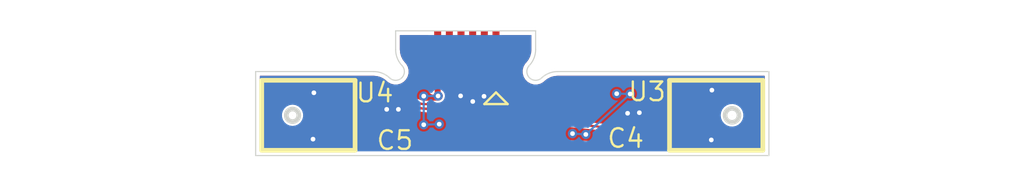
<source format=kicad_pcb>
(kicad_pcb (version 20221018) (generator pcbnew)
  (layers (0 "F.Cu" signal) (31 "B.Cu" signal) (34 "B.Paste" user) (35 "F.Paste" user) (36 "B.SilkS" user "B.Silkscreen") (37 "F.SilkS" user "F.Silkscreen") (38 "B.Mask" user) (39 "F.Mask" user) (44 "Edge.Cuts" user))
  (net 0 "")
  (net 1 "GND")
  (net 2 "VDDMIC")
  (net 3 "/PDM_data")
  (net 4 "/PDM_clk")
  (footprint "beeper-flex:LP" (layer "F.Cu") (at 140.099 102.305)
    (fp_text reference "U3" (at -3.829 -1.015) (layer "F.SilkS") (effects (font (size 0.8 0.8) (thickness 0.1)) (justify left)))
    (fp_text value "IM69D130V01XTSA1")
    (fp_line (start -2 -1.5) (end -2 1.5) (stroke (width 0.2)) (layer "F.SilkS"))
    (fp_line (start -2 1.5) (end 2 1.5) (stroke (width 0.2)) (layer "F.SilkS"))
    (fp_line (start 2 -1.5) (end -2 -1.5) (stroke (width 0.2)) (layer "F.SilkS"))
    (fp_line (start 2 1.5) (end 2 -1.5) (stroke (width 0.2)) (layer "F.SilkS"))
    (pad "1" smd rect (at -1.5 -0.85) (size 0.48 0.78) (layers "F.Cu" "F.Mask") (net 3 "/PDM_data"))
    (pad "2" smd rect (at -0.8 -0.85) (size 0.48 0.78) (layers "F.Cu" "F.Mask") (net 2 "VDDMIC"))
    (pad "3" smd rect (at -1.5 0.85) (size 0.48 0.78) (layers "F.Cu" "F.Mask") (net 4 "/PDM_clk"))
    (pad "4" smd rect (at -0.8 0.85) (size 0.48 0.78) (layers "F.Cu" "F.Mask") (net 1 "GND"))
    (pad "5" smd custom (at 0.68 0) (size 0.01 0.01) (layers "F.Cu") (net 1 "GND") (options (clearance outline) (anchor circle)) (primitives (gr_circle (center 0 0) (end 0.805 0) (width 0.45) (fill none))))
  )
  (footprint "beeper-flex:LP" (layer "F.Cu") (at 122.621 102.305 180)
    (fp_text reference "U4" (at -3.709 0.965) (layer "F.SilkS") (effects (font (size 0.8 0.8) (thickness 0.1)) (justify right)))
    (fp_text value "IM69D130V01XTSA1")
    (fp_line (start -2 -1.5) (end -2 1.5) (stroke (width 0.2)) (layer "F.SilkS"))
    (fp_line (start -2 1.5) (end 2 1.5) (stroke (width 0.2)) (layer "F.SilkS"))
    (fp_line (start 2 -1.5) (end -2 -1.5) (stroke (width 0.2)) (layer "F.SilkS"))
    (fp_line (start 2 1.5) (end 2 -1.5) (stroke (width 0.2)) (layer "F.SilkS"))
    (pad "1" smd rect (at -1.5 -0.85 180) (size 0.48 0.78) (layers "F.Cu" "F.Mask") (net 3 "/PDM_data"))
    (pad "2" smd rect (at -0.8 -0.85 180) (size 0.48 0.78) (layers "F.Cu" "F.Mask") (net 2 "VDDMIC"))
    (pad "3" smd rect (at -1.5 0.85 180) (size 0.48 0.78) (layers "F.Cu" "F.Mask") (net 4 "/PDM_clk"))
    (pad "4" smd rect (at -0.8 0.85 180) (size 0.48 0.78) (layers "F.Cu" "F.Mask") (net 2 "VDDMIC"))
    (pad "5" smd custom (at 0.68 0 180) (size 0.01 0.01) (layers "F.Cu") (net 1 "GND") (options (clearance outline) (anchor circle)) (primitives (gr_circle (center 0 0) (end 0.805 0) (width 0.45) (fill none))))
  )
  (footprint "beeper-flex:Pkg0201" (layer "F.Cu") (at 125.445826 102.340479)
    (fp_text reference "C5" (at 0.884174 1.039521 180) (layer "F.SilkS") (effects (font (size 0.8 0.8) (thickness 0.1))))
    (fp_text value "100n" hide)
    (pad "1" smd rect (at 0 -0.277095) (size 0.33 0.24081) (layers "F.Cu" "F.Paste" "F.Mask") (net 1 "GND"))
    (pad "2" smd rect (at 0 0.277095) (size 0.33 0.24081) (layers "F.Cu" "F.Paste" "F.Mask") (net 2 "VDDMIC"))
  )
  (footprint "beeper-flex:Pkg0201" (layer "F.Cu") (at 137.319666 102.446563)
    (fp_text reference "C4" (at -1.099666 0.843437 180) (layer "F.SilkS") (effects (font (size 0.8 0.8) (thickness 0.1))))
    (fp_text value "100n" hide)
    (pad "1" smd rect (at 0 -0.277095) (size 0.33 0.24081) (layers "F.Cu" "F.Paste" "F.Mask") (net 1 "GND"))
    (pad "2" smd rect (at 0 0.277095) (size 0.33 0.24081) (layers "F.Cu" "F.Paste" "F.Mask") (net 2 "VDDMIC"))
  )
  (footprint "beeper-flex:EDGE_LP" (layer "F.Cu") (at 129.411441 99.923324)
    (fp_text reference "U6" hide)
    (fp_text value "Edge-FH19C-6S-0.5SH(10)")
    (fp_line (start 0.75 1.9) (end 1.75 1.9) (stroke (width 0.1)) (layer "F.SilkS"))
    (fp_line (start 1.25 1.4) (end 0.75 1.9) (stroke (width 0.1)) (layer "F.SilkS"))
    (fp_line (start 1.75 1.9) (end 1.25 1.4) (stroke (width 0.1)) (layer "F.SilkS"))
    (pad "1" connect rect (at 1.25 0) (size 0.3 2.5) (layers "F.Cu" "F.Mask") (net 4 "/PDM_clk"))
    (pad "2" connect rect (at 0.75 0) (size 0.3 2.5) (layers "F.Cu" "F.Mask") (net 1 "GND"))
    (pad "3" connect rect (at 0.25 0) (size 0.3 2.5) (layers "F.Cu" "F.Mask") (net 1 "GND"))
    (pad "4" connect rect (at -0.25 0) (size 0.3 2.5) (layers "F.Cu" "F.Mask") (net 1 "GND"))
    (pad "5" connect rect (at -0.75 0) (size 0.3 2.5) (layers "F.Cu" "F.Mask") (net 3 "/PDM_data"))
    (pad "6" connect rect (at -1.25 0) (size 0.3 2.5) (layers "F.Cu" "F.Mask") (net 2 "VDDMIC"))
  )
  (gr_arc (start 125.416271 100.43) (mid 125.785546 100.500676) (end 126.102619 100.702727) (stroke (width 0.05)) (layer "Edge.Cuts"))
  (gr_arc (start 126.632727 100.172619) (mid 126.430689 99.855543) (end 126.36 99.486271) (stroke (width 0.05)) (layer "Edge.Cuts"))
  (gr_line (start 125.416271 100.43) (end 120.36 100.43) (stroke (width 0.05)) (layer "Edge.Cuts"))
  (gr_line (start 132.087273 100.172619) (end 132.087273 100.172619) (stroke (width 0.05)) (layer "Edge.Cuts"))
  (gr_line (start 142.36 100.43) (end 133.303729 100.43) (stroke (width 0.05)) (layer "Edge.Cuts"))
  (gr_line (start 142.36 104.03) (end 142.36 100.43) (stroke (width 0.05)) (layer "Edge.Cuts"))
  (gr_arc (start 132.617381 100.702727) (mid 132.934456 100.500677) (end 133.303729 100.43) (stroke (width 0.05)) (layer "Edge.Cuts"))
  (gr_line (start 126.632727 100.172619) (end 126.632727 100.172619) (stroke (width 0.05)) (layer "Edge.Cuts"))
  (gr_arc (start 126.632727 100.172619) (mid 126.625165 100.695165) (end 126.102619 100.702727) (stroke (width 0.05)) (layer "Edge.Cuts"))
  (gr_arc (start 132.36 99.486271) (mid 132.289324 99.855546) (end 132.087273 100.172619) (stroke (width 0.05)) (layer "Edge.Cuts"))
  (gr_arc (start 122.211 102.305) (mid 121.671 102.305) (end 122.211 102.305) (stroke (width 0.2)) (layer "Edge.Cuts"))
  (gr_arc (start 141.079 102.305) (mid 140.479 102.305) (end 141.079 102.305) (stroke (width 0.2)) (layer "Edge.Cuts"))
  (gr_line (start 132.36 98.683628) (end 126.36 98.683628) (stroke (width 0.05)) (layer "Edge.Cuts"))
  (gr_line (start 120.36 100.43) (end 120.36 104.03) (stroke (width 0.05)) (layer "Edge.Cuts"))
  (gr_line (start 120.36 104.03) (end 142.36 104.03) (stroke (width 0.05)) (layer "Edge.Cuts"))
  (gr_line (start 132.617381 100.702727) (end 132.617381 100.702727) (stroke (width 0.05)) (layer "Edge.Cuts"))
  (gr_line (start 126.102619 100.702727) (end 126.102619 100.702727) (stroke (width 0.05)) (layer "Edge.Cuts"))
  (gr_line (start 126.36 98.683628) (end 126.36 99.486271) (stroke (width 0.05)) (layer "Edge.Cuts"))
  (gr_arc (start 132.617381 100.702727) (mid 132.094835 100.695165) (end 132.087273 100.172619) (stroke (width 0.05)) (layer "Edge.Cuts"))
  (gr_line (start 132.36 99.486271) (end 132.36 98.683628) (stroke (width 0.05)) (layer "Edge.Cuts"))
  (segment (start 139.299 103.155) (end 139.889546 103.360612) (width 0.09) (layer "F.Cu") (net 1))
  (segment (start 137.319666 102.169468) (end 136.806297 102.192842) (width 0.09) (layer "F.Cu") (net 1))
  (segment (start 122.789432 102.298244) (end 122.818262 103.327007) (width 0.09) (layer "F.Cu") (net 1))
  (segment (start 129.161441 99.923324) (end 129.14437 101.473324) (width 0.09) (layer "F.Cu") (net 1))
  (segment (start 125.977121 102.050021) (end 126.477122 102.050021) (width 0.09) (layer "F.Cu") (net 1))
  (segment (start 139.97498 102.282557) (end 139.914749 101.226702) (width 0.09) (layer "F.Cu") (net 1))
  (segment (start 139.97498 102.282557) (end 139.889546 103.360612) (width 0.09) (layer "F.Cu") (net 1))
  (segment (start 129.661441 99.923324) (end 129.665246 101.7128) (width 0.09) (layer "F.Cu") (net 1))
  (segment (start 130.161441 99.923324) (end 130.148316 101.490167) (width 0.09) (layer "F.Cu") (net 1))
  (segment (start 125.445826 102.063384) (end 125.977121 102.050021) (width 0.09) (layer "F.Cu") (net 1))
  (segment (start 136.806297 102.192842) (end 136.302224 102.218046) (width 0.09) (layer "F.Cu") (net 1))
  (segment (start 122.789432 102.298244) (end 122.855864 101.339637) (width 0.09) (layer "F.Cu") (net 1))
  (via (at 136.806297 102.192842) (size 0.4) (drill 0.2) (layers "F.Cu" "B.Cu") (net 1))
  (via (at 129.14437 101.473324) (size 0.4) (drill 0.2) (layers "F.Cu" "B.Cu") (net 1))
  (via (at 136.302224 102.218046) (size 0.4) (drill 0.2) (layers "F.Cu" "B.Cu") (net 1))
  (via (at 122.855864 101.339637) (size 0.4) (drill 0.2) (layers "F.Cu" "B.Cu") (net 1))
  (via (at 122.818262 103.327007) (size 0.4) (drill 0.2) (layers "F.Cu" "B.Cu") (net 1))
  (via (at 126.477122 102.050021) (size 0.4) (drill 0.2) (layers "F.Cu" "B.Cu") (net 1))
  (via (at 139.914749 101.226702) (size 0.4) (drill 0.2) (layers "F.Cu" "B.Cu") (net 1))
  (via (at 139.889546 103.360612) (size 0.4) (drill 0.2) (layers "F.Cu" "B.Cu") (net 1))
  (via (at 129.665246 101.7128) (size 0.4) (drill 0.2) (layers "F.Cu" "B.Cu") (net 1))
  (via (at 130.148316 101.490167) (size 0.4) (drill 0.2) (layers "F.Cu" "B.Cu") (net 1))
  (via (at 125.977121 102.050021) (size 0.4) (drill 0.2) (layers "F.Cu" "B.Cu") (net 1))
  (segment (start 136.412707 101.389814) (end 138.315824 101.983423) (width 0.09) (layer "F.Cu") (net 2))
  (segment (start 138.956611 101.92981) (end 139.299 101.455) (width 0.09) (layer "F.Cu") (net 2))
  (segment (start 138.359 101.99) (end 138.839 101.99) (width 0.09) (layer "F.Cu") (net 2))
  (segment (start 128.161441 99.923324) (end 128.179082 101.475613) (width 0.09) (layer "F.Cu") (net 2))
  (via (at 127.563968 102.709279) (size 0.4) (drill 0.2) (layers "F.Cu" "B.Cu") (net 2))
  (via (at 127.563968 101.4827) (size 0.4) (drill 0.2) (layers "F.Cu" "B.Cu") (net 2))
  (via (at 128.179082 101.475613) (size 0.4) (drill 0.2) (layers "F.Cu" "B.Cu") (net 2))
  (via (at 133.941434 103.088814) (size 0.4) (drill 0.2) (layers "F.Cu" "B.Cu") (net 2))
  (via (at 135.835453 101.377932) (size 0.4) (drill 0.2) (layers "F.Cu" "B.Cu") (net 2))
  (via (at 128.227664 102.684075) (size 0.4) (drill 0.2) (layers "F.Cu" "B.Cu") (net 2))
  (via (at 134.511727 103.124457) (size 0.4) (drill 0.2) (layers "F.Cu" "B.Cu") (net 2))
  (via (at 136.412707 101.389814) (size 0.4) (drill 0.2) (layers "F.Cu" "B.Cu") (net 2))
  (arc (start 138.839 101.99) (mid 138.905059 101.974078) (end 138.956611 101.92981) (width 0.09) (layer "F.Cu") (net 2))
  (arc (start 138.315824 101.983423) (mid 138.337163 101.988346) (end 138.359 101.99) (width 0.09) (layer "F.Cu") (net 2))
  (segment (start 136.412707 101.389814) (end 134.511727 103.124457) (width 0.09) (layer "B.Cu") (net 2))
  (segment (start 128.179082 101.475613) (end 127.563968 101.4827) (width 0.09) (layer "B.Cu") (net 2))
  (segment (start 127.563968 101.4827) (end 127.563968 102.709279) (width 0.09) (layer "B.Cu") (net 2))
  (segment (start 136.412707 101.389814) (end 135.835453 101.377932) (width 0.09) (layer "B.Cu") (net 2))
  (segment (start 127.563968 102.709279) (end 128.227664 102.684075) (width 0.09) (layer "B.Cu") (net 2))
  (segment (start 134.511727 103.124457) (end 133.941434 103.088814) (width 0.09) (layer "B.Cu") (net 2))
  (segment (start 141.605281 103.140225) (end 141.539032 103.200931) (width 0.09) (layer "F.Cu") (net 3))
  (segment (start 128.50623 101.582866) (end 128.48625 101.631102) (width 0.09) (layer "F.Cu") (net 3))
  (segment (start 139.052517 100.920145) (end 139.908266 100.881847) (width 0.09) (layer "F.Cu") (net 3))
  (segment (start 121.348092 101.290702) (end 121.272308 101.338982) (width 0.09) (layer "F.Cu") (net 3))
  (segment (start 121.180968 101.409069) (end 121.114719 101.469775) (width 0.09) (layer "F.Cu") (net 3))
  (segment (start 121.272308 103.271018) (end 121.348092 103.319298) (width 0.09) (layer "F.Cu") (net 3))
  (segment (start 128.180753 101.820603) (end 127.565638 101.827691) (width 0.09) (layer "F.Cu") (net 3))
  (segment (start 141.84646 101.814214) (end 141.880846 101.89723) (width 0.09) (layer "F.Cu") (net 3))
  (segment (start 123.778611 103.62981) (end 124.121 103.155) (width 0.09) (layer "F.Cu") (net 3))
  (segment (start 120.766138 102.311325) (end 120.770057 102.401095) (width 0.09) (layer "F.Cu") (net 3))
  (segment (start 141.458054 101.346237) (end 141.529342 101.400938) (width 0.09) (layer "F.Cu") (net 3))
  (segment (start 122.811078 103.671829) (end 123.173816 103.689822) (width 0.09) (layer "F.Cu") (net 3))
  (segment (start 121.359046 103.325623) (end 121.43875 103.367114) (width 0.09) (layer "F.Cu") (net 3))
  (segment (start 139.960236 103.697557) (end 139.908472 103.704372) (width 0.09) (layer "F.Cu") (net 3))
  (segment (start 127.545041 101.82646) (end 127.493278 101.819645) (width 0.09) (layer "F.Cu") (net 3))
  (segment (start 141.18677 101.203154) (end 141.269786 101.23754) (width 0.09) (layer "F.Cu") (net 3))
  (segment (start 138.353554 103.689898) (end 124.121 103.155) (width 0.09) (layer "F.Cu") (net 3))
  (segment (start 121.045069 103.065032) (end 121.105775 103.131281) (width 0.09) (layer "F.Cu") (net 3))
  (segment (start 128.661441 99.923324) (end 128.523522 101.488342) (width 0.09) (layer "F.Cu") (net 3))
  (segment (start 123.158226 100.9218) (end 121.739369 101.147448) (width 0.09) (layer "F.Cu") (net 3))
  (segment (start 120.807807 102.615186) (end 120.834828 102.700883) (width 0.09) (layer "F.Cu") (net 3))
  (segment (start 141.269786 103.37246) (end 141.18677 103.406846) (width 0.09) (layer "F.Cu") (net 3))
  (segment (start 128.334571 101.782781) (end 128.286335 101.802761) (width 0.09) (layer "F.Cu") (net 3))
  (segment (start 141.28125 101.242886) (end 141.360954 101.284377) (width 0.09) (layer "F.Cu") (net 3))
  (segment (start 121.450214 103.37246) (end 121.53323 103.406846) (width 0.09) (layer "F.Cu") (net 3))
  (segment (start 120.878886 102.80725) (end 120.920377 102.886954) (width 0.09) (layer "F.Cu") (net 3))
  (segment (start 141.912193 102.615186) (end 141.885172 102.700883) (width 0.09) (layer "F.Cu") (net 3))
  (segment (start 141.885172 101.909117) (end 141.912193 101.994814) (width 0.09) (layer "F.Cu") (net 3))
  (segment (start 120.982237 102.984054) (end 121.036938 103.055342) (width 0.09) (layer "F.Cu") (net 3))
  (segment (start 139.933676 100.882942) (end 139.985439 100.889757) (width 0.09) (layer "F.Cu") (net 3))
  (segment (start 120.834828 101.909117) (end 120.807807 101.994814) (width 0.09) (layer "F.Cu") (net 3))
  (segment (start 123.181 103.69) (end 123.661 103.69) (width 0.09) (layer "F.Cu") (net 3))
  (segment (start 121.190658 103.209062) (end 121.261946 103.263763) (width 0.09) (layer "F.Cu") (net 3))
  (segment (start 128.522842 101.494539) (end 128.516027 101.546303) (width 0.09) (layer "F.Cu") (net 3))
  (segment (start 141.915467 102.007033) (end 141.934915 102.094759) (width 0.09) (layer "F.Cu") (net 3))
  (segment (start 120.926702 102.897908) (end 120.974982 102.973692) (width 0.09) (layer "F.Cu") (net 3))
  (segment (start 120.920377 101.723046) (end 120.878886 101.80275) (width 0.09) (layer "F.Cu") (net 3))
  (segment (start 141.934915 102.515241) (end 141.915467 102.602967) (width 0.09) (layer "F.Cu") (net 3))
  (segment (start 141.793298 102.897908) (end 141.745018 102.973692) (width 0.09) (layer "F.Cu") (net 3))
  (segment (start 141.937111 102.107216) (end 141.94884 102.196303) (width 0.09) (layer "F.Cu") (net 3))
  (segment (start 141.371908 101.290702) (end 141.447692 101.338982) (width 0.09) (layer "F.Cu") (net 3))
  (segment (start 141.799623 101.723046) (end 141.841114 101.80275) (width 0.09) (layer "F.Cu") (net 3))
  (segment (start 141.745018 101.636308) (end 141.793298 101.712092) (width 0.09) (layer "F.Cu") (net 3))
  (segment (start 128.467323 101.663883) (end 128.43554 101.705305) (width 0.09) (layer "F.Cu") (net 3))
  (segment (start 141.078074 103.441217) (end 139.9738 103.69511) (width 0.09) (layer "F.Cu") (net 3))
  (segment (start 128.408774 101.732071) (end 128.367353 101.763854) (width 0.09) (layer "F.Cu") (net 3))
  (segment (start 121.73371 103.461537) (end 122.738065 103.662377) (width 0.09) (layer "F.Cu") (net 3))
  (segment (start 120.782889 102.107216) (end 120.77116 102.196303) (width 0.09) (layer "F.Cu") (net 3))
  (segment (start 140.003086 100.893205) (end 141.167853 101.196805) (width 0.09) (layer "F.Cu") (net 3))
  (segment (start 127.466762 101.813581) (end 126.633872 101.538712) (width 0.09) (layer "F.Cu") (net 3))
  (segment (start 120.77116 102.413697) (end 120.782889 102.502784) (width 0.09) (layer "F.Cu") (net 3))
  (segment (start 122.747572 103.663952) (end 122.799336 103.670767) (width 0.09) (layer "F.Cu") (net 3))
  (segment (start 121.114719 103.140225) (end 121.180968 103.200931) (width 0.09) (layer "F.Cu") (net 3))
  (segment (start 141.953862 102.311325) (end 141.949943 102.401095) (width 0.09) (layer "F.Cu") (net 3))
  (segment (start 121.43875 101.242886) (end 121.359046 101.284377) (width 0.09) (layer "F.Cu") (net 3))
  (segment (start 121.630814 101.171807) (end 121.545117 101.198828) (width 0.09) (layer "F.Cu") (net 3))
  (segment (start 120.770057 102.208905) (end 120.766138 102.298675) (width 0.09) (layer "F.Cu") (net 3))
  (segment (start 141.880846 102.71277) (end 141.84646 102.795786) (width 0.09) (layer "F.Cu") (net 3))
  (segment (start 121.545117 103.411172) (end 121.630814 103.438193) (width 0.09) (layer "F.Cu") (net 3))
  (segment (start 121.105775 101.478719) (end 121.045069 101.544968) (width 0.09) (layer "F.Cu") (net 3))
  (segment (start 139.888067 103.705605) (end 138.357521 103.689992) (width 0.09) (layer "F.Cu") (net 3))
  (segment (start 121.261946 101.346237) (end 121.190658 101.400938) (width 0.09) (layer "F.Cu") (net 3))
  (segment (start 141.683062 101.554658) (end 141.737763 101.625946) (width 0.09) (layer "F.Cu") (net 3))
  (segment (start 120.974982 101.636308) (end 120.926702 101.712092) (width 0.09) (layer "F.Cu") (net 3))
  (segment (start 120.87354 101.814214) (end 120.839154 101.89723) (width 0.09) (layer "F.Cu") (net 3))
  (segment (start 120.785085 102.515241) (end 120.804533 102.602967) (width 0.09) (layer "F.Cu") (net 3))
  (segment (start 126.617525 101.533776) (end 124.399366 100.925168) (width 0.09) (layer "F.Cu") (net 3))
  (segment (start 141.949943 102.208905) (end 141.953862 102.298675) (width 0.09) (layer "F.Cu") (net 3))
  (segment (start 138.599 101.455) (end 138.941389 100.98019) (width 0.09) (layer "F.Cu") (net 3))
  (segment (start 124.361 100.92) (end 123.181 100.92) (width 0.09) (layer "F.Cu") (net 3))
  (segment (start 141.529342 103.209062) (end 141.458054 103.263763) (width 0.09) (layer "F.Cu") (net 3))
  (segment (start 141.539032 101.409069) (end 141.605281 101.469775) (width 0.09) (layer "F.Cu") (net 3))
  (segment (start 141.614225 101.478719) (end 141.674931 101.544968) (width 0.09) (layer "F.Cu") (net 3))
  (segment (start 120.804533 102.007033) (end 120.785085 102.094759) (width 0.09) (layer "F.Cu") (net 3))
  (segment (start 141.841114 102.80725) (end 141.799623 102.886954) (width 0.09) (layer "F.Cu") (net 3))
  (segment (start 141.737763 102.984054) (end 141.683062 103.055342) (width 0.09) (layer "F.Cu") (net 3))
  (segment (start 141.174883 103.411172) (end 141.089186 103.438193) (width 0.09) (layer "F.Cu") (net 3))
  (segment (start 141.94884 102.413697) (end 141.937111 102.502784) (width 0.09) (layer "F.Cu") (net 3))
  (segment (start 141.360954 103.325623) (end 141.28125 103.367114) (width 0.09) (layer "F.Cu") (net 3))
  (segment (start 120.839154 102.71277) (end 120.87354 102.795786) (width 0.09) (layer "F.Cu") (net 3))
  (segment (start 128.249772 101.812558) (end 128.198008 101.819373) (width 0.09) (layer "F.Cu") (net 3))
  (segment (start 141.447692 103.271018) (end 141.371908 103.319298) (width 0.09) (layer "F.Cu") (net 3))
  (segment (start 121.730759 101.149085) (end 121.643033 101.168533) (width 0.09) (layer "F.Cu") (net 3))
  (segment (start 121.036938 101.554658) (end 120.982237 101.625946) (width 0.09) (layer "F.Cu") (net 3))
  (segment (start 121.53323 101.203154) (end 121.450214 101.23754) (width 0.09) (layer "F.Cu") (net 3))
  (segment (start 121.643033 103.441467) (end 121.730759 103.460915) (width 0.09) (layer "F.Cu") (net 3))
  (segment (start 141.674931 103.065032) (end 141.614225 103.131281) (width 0.09) (layer "F.Cu") (net 3))
  (arc (start 122.738065 103.662377) (mid 122.742806 103.663244) (end 122.747572 103.663952) (width 0.09) (layer "F.Cu") (net 3))
  (arc (start 123.181 100.92) (mid 123.169578 100.920451) (end 123.158226 100.9218) (width 0.09) (layer "F.Cu") (net 3))
  (arc (start 121.114719 101.469775) (mid 121.11015 101.47415) (end 121.105775 101.478719) (width 0.09) (layer "F.Cu") (net 3))
  (arc (start 121.180968 103.200931) (mid 121.185725 103.205102) (end 121.190658 103.209062) (width 0.09) (layer "F.Cu") (net 3))
  (arc (start 141.674931 101.544968) (mid 141.679102 101.549725) (end 141.683062 101.554658) (width 0.09) (layer "F.Cu") (net 3))
  (arc (start 141.915467 102.602967) (mid 141.913963 102.609112) (end 141.912193 102.615186) (width 0.09) (layer "F.Cu") (net 3))
  (arc (start 141.793298 101.712092) (mid 141.79658 101.7175) (end 141.799623 101.723046) (width 0.09) (layer "F.Cu") (net 3))
  (arc (start 120.926702 101.712092) (mid 120.92342 101.7175) (end 120.920377 101.723046) (width 0.09) (layer "F.Cu") (net 3))
  (arc (start 139.908472 103.704372) (mid 139.898291 103.705348) (end 139.888067 103.705605) (width 0.09) (layer "F.Cu") (net 3))
  (arc (start 121.739369 101.147448) (mid 121.735051 101.148201) (end 121.730759 101.149085) (width 0.09) (layer "F.Cu") (net 3))
  (arc (start 128.286335 101.802761) (mid 128.268375 101.808857) (end 128.249772 101.812558) (width 0.09) (layer "F.Cu") (net 3))
  (arc (start 139.9738 103.69511) (mid 139.967047 103.696495) (end 139.960236 103.697557) (width 0.09) (layer "F.Cu") (net 3))
  (arc (start 141.18677 103.406846) (mid 141.180874 103.409139) (end 141.174883 103.411172) (width 0.09) (layer "F.Cu") (net 3))
  (arc (start 139.908266 100.881847) (mid 139.920995 100.881836) (end 139.933676 100.882942) (width 0.09) (layer "F.Cu") (net 3))
  (arc (start 141.28125 103.367114) (mid 141.275576 103.369912) (end 141.269786 103.37246) (width 0.09) (layer "F.Cu") (net 3))
  (arc (start 141.605281 101.469775) (mid 141.60985 101.47415) (end 141.614225 101.478719) (width 0.09) (layer "F.Cu") (net 3))
  (arc (start 120.87354 102.795786) (mid 120.876088 102.801576) (end 120.878886 102.80725) (width 0.09) (layer "F.Cu") (net 3))
  (arc (start 141.912193 101.994814) (mid 141.913963 102.000888) (end 141.915467 102.007033) (width 0.09) (layer "F.Cu") (net 3))
  (arc (start 121.105775 103.131281) (mid 121.11015 103.13585) (end 121.114719 103.140225) (width 0.09) (layer "F.Cu") (net 3))
  (arc (start 120.982237 101.625946) (mid 120.978496 101.631048) (end 120.974982 101.636308) (width 0.09) (layer "F.Cu") (net 3))
  (arc (start 128.367353 101.763854) (mid 128.351582 101.774392) (end 128.334571 101.782781) (width 0.09) (layer "F.Cu") (net 3))
  (arc (start 141.458054 103.263763) (mid 141.452952 103.267504) (end 141.447692 103.271018) (width 0.09) (layer "F.Cu") (net 3))
  (arc (start 141.529342 101.400938) (mid 141.534275 101.404898) (end 141.539032 101.409069) (width 0.09) (layer "F.Cu") (net 3))
  (arc (start 141.799623 102.886954) (mid 141.79658 102.8925) (end 141.793298 102.897908) (width 0.09) (layer "F.Cu") (net 3))
  (arc (start 120.920377 102.886954) (mid 120.92342 102.8925) (end 120.926702 102.897908) (width 0.09) (layer "F.Cu") (net 3))
  (arc (start 122.799336 103.670767) (mid 122.805196 103.671417) (end 122.811078 103.671829) (width 0.09) (layer "F.Cu") (net 3))
  (arc (start 120.766138 102.298675) (mid 120.766 102.305) (end 120.766138 102.311325) (width 0.09) (layer "F.Cu") (net 3))
  (arc (start 121.272308 101.338982) (mid 121.267048 101.342496) (end 121.261946 101.346237) (width 0.09) (layer "F.Cu") (net 3))
  (arc (start 120.878886 101.80275) (mid 120.876088 101.808424) (end 120.87354 101.814214) (width 0.09) (layer "F.Cu") (net 3))
  (arc (start 120.834828 102.700883) (mid 120.836861 102.706874) (end 120.839154 102.71277) (width 0.09) (layer "F.Cu") (net 3))
  (arc (start 141.447692 101.338982) (mid 141.452952 101.342496) (end 141.458054 101.346237) (width 0.09) (layer "F.Cu") (net 3))
  (arc (start 121.036938 103.055342) (mid 121.040898 103.060275) (end 121.045069 103.065032) (width 0.09) (layer "F.Cu") (net 3))
  (arc (start 121.348092 103.319298) (mid 121.3535 103.32258) (end 121.359046 103.325623) (width 0.09) (layer "F.Cu") (net 3))
  (arc (start 128.48625 101.631102) (mid 128.477861 101.648113) (end 128.467323 101.663883) (width 0.09) (layer "F.Cu") (net 3))
  (arc (start 141.089186 103.438193) (mid 141.08366 103.439815) (end 141.078074 103.441217) (width 0.09) (layer "F.Cu") (net 3))
  (arc (start 120.77116 102.196303) (mid 120.770471 102.202592) (end 120.770057 102.208905) (width 0.09) (layer "F.Cu") (net 3))
  (arc (start 126.633872 101.538712) (mid 126.62573 101.53614) (end 126.617525 101.533776) (width 0.09) (layer "F.Cu") (net 3))
  (arc (start 141.953862 102.298675) (mid 141.954 102.305) (end 141.953862 102.311325) (width 0.09) (layer "F.Cu") (net 3))
  (arc (start 121.643033 101.168533) (mid 121.636888 101.170037) (end 121.630814 101.171807) (width 0.09) (layer "F.Cu") (net 3))
  (arc (start 141.841114 101.80275) (mid 141.843912 101.808424) (end 141.84646 101.814214) (width 0.09) (layer "F.Cu") (net 3))
  (arc (start 141.269786 101.23754) (mid 141.275576 101.240088) (end 141.28125 101.242886) (width 0.09) (layer "F.Cu") (net 3))
  (arc (start 138.357521 103.689992) (mid 138.355537 103.689959) (end 138.353554 103.689898) (width 0.09) (layer "F.Cu") (net 3))
  (arc (start 120.839154 101.89723) (mid 120.836861 101.903126) (end 120.834828 101.909117) (width 0.09) (layer "F.Cu") (net 3))
  (arc (start 141.934915 102.094759) (mid 141.936149 102.100963) (end 141.937111 102.107216) (width 0.09) (layer "F.Cu") (net 3))
  (arc (start 120.770057 102.401095) (mid 120.770471 102.407408) (end 120.77116 102.413697) (width 0.09) (layer "F.Cu") (net 3))
  (arc (start 121.261946 103.263763) (mid 121.267048 103.267504) (end 121.272308 103.271018) (width 0.09) (layer "F.Cu") (net 3))
  (arc (start 141.937111 102.502784) (mid 141.936149 102.509037) (end 141.934915 102.515241) (width 0.09) (layer "F.Cu") (net 3))
  (arc (start 121.730759 103.460915) (mid 121.732233 103.461234) (end 121.73371 103.461537) (width 0.09) (layer "F.Cu") (net 3))
  (arc (start 120.782889 102.502784) (mid 120.783851 102.509037) (end 120.785085 102.515241) (width 0.09) (layer "F.Cu") (net 3))
  (arc (start 138.941389 100.98019) (mid 138.990071 100.937431) (end 139.052517 100.920145) (width 0.09) (layer "F.Cu") (net 3))
  (arc (start 121.43875 103.367114) (mid 121.444424 103.369912) (end 121.450214 103.37246) (width 0.09) (layer "F.Cu") (net 3))
  (arc (start 123.173816 103.689822) (mid 123.177407 103.689955) (end 123.181 103.69) (width 0.09) (layer "F.Cu") (net 3))
  (arc (start 141.745018 102.973692) (mid 141.741504 102.978952) (end 141.737763 102.984054) (width 0.09) (layer "F.Cu") (net 3))
  (arc (start 121.545117 101.198828) (mid 121.539126 101.200861) (end 121.53323 101.203154) (width 0.09) (layer "F.Cu") (net 3))
  (arc (start 141.167853 101.196805) (mid 141.177421 101.199654) (end 141.18677 101.203154) (width 0.09) (layer "F.Cu") (net 3))
  (arc (start 121.045069 101.544968) (mid 121.040898 101.549725) (end 121.036938 101.554658) (width 0.09) (layer "F.Cu") (net 3))
  (arc (start 141.880846 101.89723) (mid 141.883139 101.903126) (end 141.885172 101.909117) (width 0.09) (layer "F.Cu") (net 3))
  (arc (start 141.84646 102.795786) (mid 141.843912 102.801576) (end 141.841114 102.80725) (width 0.09) (layer "F.Cu") (net 3))
  (arc (start 141.539032 103.200931) (mid 141.534275 103.205102) (end 141.529342 103.209062) (width 0.09) (layer "F.Cu") (net 3))
  (arc (start 141.737763 101.625946) (mid 141.741504 101.631048) (end 141.745018 101.636308) (width 0.09) (layer "F.Cu") (net 3))
  (arc (start 139.985439 100.889757) (mid 139.994316 100.891207) (end 140.003086 100.893205) (width 0.09) (layer "F.Cu") (net 3))
  (arc (start 127.565638 101.827691) (mid 127.555318 101.827442) (end 127.545041 101.82646) (width 0.09) (layer "F.Cu") (net 3))
  (arc (start 128.523522 101.488342) (mid 128.523215 101.491444) (end 128.522842 101.494539) (width 0.09) (layer "F.Cu") (net 3))
  (arc (start 123.661 103.69) (mid 123.727059 103.674078) (end 123.778611 103.62981) (width 0.09) (layer "F.Cu") (net 3))
  (arc (start 141.683062 103.055342) (mid 141.679102 103.060275) (end 141.674931 103.065032) (width 0.09) (layer "F.Cu") (net 3))
  (arc (start 141.885172 102.700883) (mid 141.883139 102.706874) (end 141.880846 102.71277) (width 0.09) (layer "F.Cu") (net 3))
  (arc (start 121.630814 103.438193) (mid 121.636888 103.439963) (end 121.643033 103.441467) (width 0.09) (layer "F.Cu") (net 3))
  (arc (start 141.614225 103.131281) (mid 141.60985 103.13585) (end 141.605281 103.140225) (width 0.09) (layer "F.Cu") (net 3))
  (arc (start 127.493278 101.819645) (mid 127.479877 101.817236) (end 127.466762 101.813581) (width 0.09) (layer "F.Cu") (net 3))
  (arc (start 128.516027 101.546303) (mid 128.512327 101.564906) (end 128.50623 101.582866) (width 0.09) (layer "F.Cu") (net 3))
  (arc (start 120.807807 101.994814) (mid 120.806037 102.000888) (end 120.804533 102.007033) (width 0.09) (layer "F.Cu") (net 3))
  (arc (start 141.371908 103.319298) (mid 141.3665 103.32258) (end 141.360954 103.325623) (width 0.09) (layer "F.Cu") (net 3))
  (arc (start 141.949943 102.401095) (mid 141.949529 102.407408) (end 141.94884 102.413697) (width 0.09) (layer "F.Cu") (net 3))
  (arc (start 124.399366 100.925168) (mid 124.380356 100.921298) (end 124.361 100.92) (width 0.09) (layer "F.Cu") (net 3))
  (arc (start 120.974982 102.973692) (mid 120.978496 102.978952) (end 120.982237 102.984054) (width 0.09) (layer "F.Cu") (net 3))
  (arc (start 141.94884 102.196303) (mid 141.949529 102.202592) (end 141.949943 102.208905) (width 0.09) (layer "F.Cu") (net 3))
  (arc (start 141.360954 101.284377) (mid 141.3665 101.28742) (end 141.371908 101.290702) (width 0.09) (layer "F.Cu") (net 3))
  (arc (start 120.785085 102.094759) (mid 120.783851 102.100963) (end 120.782889 102.107216) (width 0.09) (layer "F.Cu") (net 3))
  (arc (start 121.190658 101.400938) (mid 121.185725 101.404898) (end 121.180968 101.409069) (width 0.09) (layer "F.Cu") (net 3))
  (arc (start 121.450214 101.23754) (mid 121.444424 101.240088) (end 121.43875 101.242886) (width 0.09) (layer "F.Cu") (net 3))
  (arc (start 121.53323 103.406846) (mid 121.539126 103.409139) (end 121.545117 103.411172) (width 0.09) (layer "F.Cu") (net 3))
  (arc (start 120.804533 102.602967) (mid 120.806037 102.609112) (end 120.807807 102.615186) (width 0.09) (layer "F.Cu") (net 3))
  (arc (start 128.43554 101.705305) (mid 128.423034 101.719565) (end 128.408774 101.732071) (width 0.09) (layer "F.Cu") (net 3))
  (arc (start 121.359046 101.284377) (mid 121.3535 101.28742) (end 121.348092 101.290702) (width 0.09) (layer "F.Cu") (net 3))
  (arc (start 128.198008 101.819373) (mid 128.189399 101.820246) (end 128.180753 101.820603) (width 0.09) (layer "F.Cu") (net 3))
  (segment (start 129.820735 102.019967) (end 129.772499 102.039947) (width 0.09) (layer "F.Cu") (net 4))
  (segment (start 130.378008 101.746625) (end 130.336586 101.778409) (width 0.09) (layer "F.Cu") (net 4))
  (segment (start 130.475464 101.59742) (end 130.455484 101.645656) (width 0.09) (layer "F.Cu") (net 4))
  (segment (start 130.492075 101.509094) (end 130.485261 101.560857) (width 0.09) (layer "F.Cu") (net 4))
  (segment (start 130.661441 99.923324) (end 130.492496 101.505562) (width 0.09) (layer "F.Cu") (net 4))
  (segment (start 126.547812 101.713077) (end 126.496048 101.706262) (width 0.09) (layer "F.Cu") (net 4))
  (segment (start 127.407217 101.994009) (end 126.574327 101.719141) (width 0.09) (layer "F.Cu") (net 4))
  (segment (start 138.599 103.155) (end 127.529677 102.015941) (width 0.09) (layer "F.Cu") (net 4))
  (segment (start 127.407217 101.994009) (end 126.574327 101.719141) (width 0.09) (layer "F.Cu") (net 4))
  (segment (start 127.520242 102.014834) (end 127.468478 102.00802) (width 0.09) (layer "F.Cu") (net 4))
  (segment (start 127.520242 102.014834) (end 127.468478 102.00802) (width 0.09) (layer "F.Cu") (net 4))
  (segment (start 126.547812 101.713077) (end 126.496048 101.706262) (width 0.09) (layer "F.Cu") (net 4))
  (segment (start 130.309007 101.79506) (end 129.825936 102.017692) (width 0.09) (layer "F.Cu") (net 4))
  (segment (start 129.735936 102.049744) (end 129.684172 102.056559) (width 0.09) (layer "F.Cu") (net 4))
  (segment (start 126.492373 101.705826) (end 124.121 101.455) (width 0.09) (layer "F.Cu") (net 4))
  (segment (start 126.492373 101.705826) (end 124.121 101.455) (width 0.09) (layer "F.Cu") (net 4))
  (segment (start 130.436557 101.678438) (end 130.404774 101.719859) (width 0.09) (layer "F.Cu") (net 4))
  (segment (start 129.662481 102.057773) (end 127.557582 102.01764) (width 0.09) (layer "F.Cu") (net 4))
  (arc (start 129.772499 102.039947) (mid 129.754538 102.046044) (end 129.735936 102.049744) (width 0.09) (layer "F.Cu") (net 4))
  (arc (start 130.404774 101.719859) (mid 130.392268 101.734119) (end 130.378008 101.746625) (width 0.09) (layer "F.Cu") (net 4))
  (arc (start 127.557582 102.01764) (mid 127.538872 102.016759) (end 127.520242 102.014834) (width 0.09) (layer "F.Cu") (net 4))
  (arc (start 130.336586 101.778409) (mid 130.32326 101.787503) (end 130.309007 101.79506) (width 0.09) (layer "F.Cu") (net 4))
  (arc (start 129.684172 102.056559) (mid 129.673349 102.057573) (end 129.662481 102.057773) (width 0.09) (layer "F.Cu") (net 4))
  (arc (start 130.455484 101.645656) (mid 130.447095 101.662667) (end 130.436557 101.678438) (width 0.09) (layer "F.Cu") (net 4))
  (arc (start 130.485261 101.560857) (mid 130.48156 101.57946) (end 130.475464 101.59742) (width 0.09) (layer "F.Cu") (net 4))
  (arc (start 127.529677 102.015941) (mid 127.524955 102.015421) (end 127.520242 102.014834) (width 0.09) (layer "F.Cu") (net 4))
  (arc (start 127.468478 102.00802) (mid 127.437518 102.002454) (end 127.407217 101.994009) (width 0.09) (layer "F.Cu") (net 4))
  (arc (start 127.468478 102.00802) (mid 127.437518 102.002454) (end 127.407217 101.994009) (width 0.09) (layer "F.Cu") (net 4))
  (arc (start 126.496048 101.706262) (mid 126.494212 101.706032) (end 126.492373 101.705826) (width 0.09) (layer "F.Cu") (net 4))
  (arc (start 126.496048 101.706262) (mid 126.494212 101.706032) (end 126.492373 101.705826) (width 0.09) (layer "F.Cu") (net 4))
  (arc (start 126.574327 101.719141) (mid 126.561212 101.715486) (end 126.547812 101.713077) (width 0.09) (layer "F.Cu") (net 4))
  (arc (start 129.825936 102.017692) (mid 129.823347 102.018855) (end 129.820735 102.019967) (width 0.09) (layer "F.Cu") (net 4))
  (arc (start 130.492496 101.505562) (mid 130.492297 101.507329) (end 130.492075 101.509094) (width 0.09) (layer "F.Cu") (net 4))
  (arc (start 126.574327 101.719141) (mid 126.561212 101.715486) (end 126.547812 101.713077) (width 0.09) (layer "F.Cu") (net 4))
  (zone (net 2) (net_name "VDDMIC") (layer "F.Cu") (priority 1) (connect_pads (clearance 0.1)) (min_thickness 0.03) (fill yes (thermal_gap 0.254) (thermal_bridge_width 0.254))
    (polygon (pts (xy 132.617381 100.702727) (xy 132.556288 100.749525) (xy 132.486928 100.782866) (xy 132.412223 100.801346) (xy 132.335318 100.804187) (xy 132.259453 100.791269) (xy 132.187822 100.763136) (xy 132.123443 100.720974) (xy 132.069026 100.666557) (xy 132.026864 100.602178) (xy 131.998731 100.530547) (xy 131.985813 100.454682) (xy 131.988654 100.377777) (xy 132.007134 100.303072) (xy 132.040475 100.233712) (xy 132.087273 100.172619) (xy 132.23552 99.969473) (xy 132.328387 99.735762) (xy 132.36 99.486271) (xy 132.36 98.683628) (xy 126.36 98.683628) (xy 126.36 99.486271) (xy 126.391623 99.735759) (xy 126.48449 99.969468) (xy 126.632727 100.172619) (xy 126.679525 100.233712) (xy 126.712866 100.303072) (xy 126.731346 100.377777) (xy 126.734187 100.454682) (xy 126.721269 100.530547) (xy 126.693136 100.602178) (xy 126.650974 100.666557) (xy 126.596557 100.720974) (xy 126.532178 100.763136) (xy 126.460547 100.791269) (xy 126.384682 100.804187) (xy 126.307777 100.801346) (xy 126.233072 100.782866) (xy 126.163712 100.749525) (xy 126.102619 100.702727) (xy 125.899473 100.55448) (xy 125.665762 100.461613) (xy 125.416271 100.43) (xy 120.36 100.43) (xy 120.36 104.03) (xy 142.36 104.03) (xy 142.36 100.43) (xy 133.303729 100.43) (xy 133.054243 100.46163) (xy 132.820535 100.554497)))
  )
  (zone (net 1) (net_name "GND") (layer "B.Cu") (priority 1) (connect_pads (clearance 0.08)) (min_thickness 0.03) (fill yes (thermal_gap 0.254) (thermal_bridge_width 0.254))
    (polygon (pts (xy 132.617381 100.702727) (xy 132.556288 100.749525) (xy 132.486928 100.782866) (xy 132.412223 100.801346) (xy 132.335318 100.804187) (xy 132.259453 100.791269) (xy 132.187822 100.763136) (xy 132.123443 100.720974) (xy 132.069026 100.666557) (xy 132.026864 100.602178) (xy 131.998731 100.530547) (xy 131.985813 100.454682) (xy 131.988654 100.377777) (xy 132.007134 100.303072) (xy 132.040475 100.233712) (xy 132.087273 100.172619) (xy 132.23552 99.969473) (xy 132.328387 99.735762) (xy 132.36 99.486271) (xy 132.36 98.683628) (xy 126.36 98.683628) (xy 126.36 99.486271) (xy 126.391623 99.735759) (xy 126.48449 99.969468) (xy 126.632727 100.172619) (xy 126.679525 100.233712) (xy 126.712866 100.303072) (xy 126.731346 100.377777) (xy 126.734187 100.454682) (xy 126.721269 100.530547) (xy 126.693136 100.602178) (xy 126.650974 100.666557) (xy 126.596557 100.720974) (xy 126.532178 100.763136) (xy 126.460547 100.791269) (xy 126.384682 100.804187) (xy 126.307777 100.801346) (xy 126.233072 100.782866) (xy 126.163712 100.749525) (xy 126.102619 100.702727) (xy 125.899473 100.55448) (xy 125.665762 100.461613) (xy 125.416271 100.43) (xy 120.36 100.43) (xy 120.36 104.03) (xy 142.36 104.03) (xy 142.36 100.43) (xy 133.303729 100.43) (xy 133.054243 100.46163) (xy 132.820535 100.554497)))
  )
)
</source>
